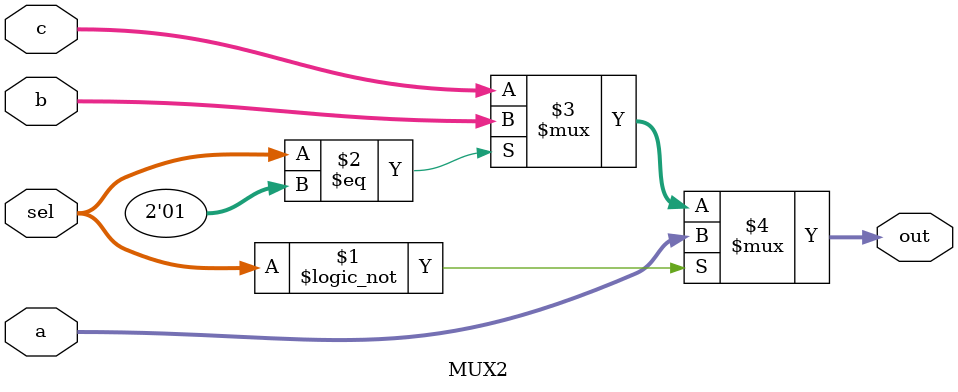
<source format=v>
module MUX2(sel,a,b,c,out);
parameter n=16;
input [1:0]sel;
input [n-1:0] a,b,c;
output [n-1:0] out;

assign out = sel==0?a:sel==1?b:c;
endmodule
</source>
